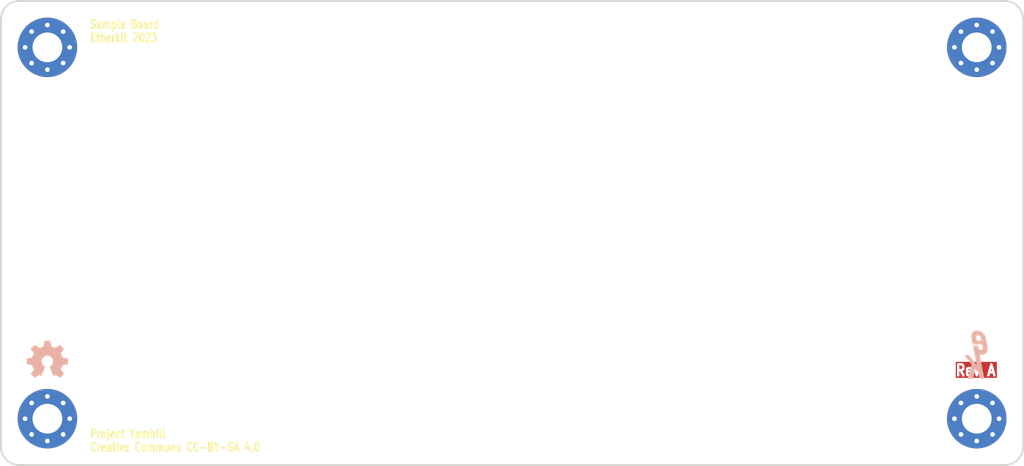
<source format=kicad_pcb>
(kicad_pcb (version 20221018) (generator pcbnew)
  (title_block (title "Project Yamhill") (rev "A") (company "Etherkit"))
  (layers (0 "F.Cu" signal) (31 "B.Cu" signal) (34 "B.Paste" user) (35 "F.Paste" user) (36 "B.SilkS" user "B.Silkscreen") (37 "F.SilkS" user "F.Silkscreen") (38 "B.Mask" user) (39 "F.Mask" user) (44 "Edge.Cuts" user))
  (net 0 "")
  (footprint "MountingHole:MountingHole_3.2mm_M3_Pad_Via" (layer "F.Cu") (at 105 95)
    (fp_text reference "H3" hide)
    (fp_text value "MountingHole_Pad" hide)
    (pad "1" thru_hole circle (at -2.4 0) (size 0.8 0.8) (drill 0.5) (layers "*.Cu" "*.Mask"))
    (pad "1" thru_hole circle (at -1.697056 -1.697056) (size 0.8 0.8) (drill 0.5) (layers "*.Cu" "*.Mask"))
    (pad "1" thru_hole circle (at -1.697056 1.697056) (size 0.8 0.8) (drill 0.5) (layers "*.Cu" "*.Mask"))
    (pad "1" thru_hole circle (at 0 -2.4) (size 0.8 0.8) (drill 0.5) (layers "*.Cu" "*.Mask"))
    (pad "1" thru_hole circle (at 0 0) (size 6.4 6.4) (drill 3.2) (layers "*.Cu" "*.Mask"))
    (pad "1" thru_hole circle (at 0 2.4) (size 0.8 0.8) (drill 0.5) (layers "*.Cu" "*.Mask"))
    (pad "1" thru_hole circle (at 1.697056 -1.697056) (size 0.8 0.8) (drill 0.5) (layers "*.Cu" "*.Mask"))
    (pad "1" thru_hole circle (at 1.697056 1.697056) (size 0.8 0.8) (drill 0.5) (layers "*.Cu" "*.Mask"))
    (pad "1" thru_hole circle (at 2.4 0) (size 0.8 0.8) (drill 0.5) (layers "*.Cu" "*.Mask"))
  )
  (footprint "MountingHole:MountingHole_3.2mm_M3_Pad_Via" (layer "F.Cu") (at 205 95)
    (fp_text reference "H4" hide)
    (fp_text value "MountingHole_Pad" hide)
    (pad "1" thru_hole circle (at -2.4 0) (size 0.8 0.8) (drill 0.5) (layers "*.Cu" "*.Mask"))
    (pad "1" thru_hole circle (at -1.697056 -1.697056) (size 0.8 0.8) (drill 0.5) (layers "*.Cu" "*.Mask"))
    (pad "1" thru_hole circle (at -1.697056 1.697056) (size 0.8 0.8) (drill 0.5) (layers "*.Cu" "*.Mask"))
    (pad "1" thru_hole circle (at 0 -2.4) (size 0.8 0.8) (drill 0.5) (layers "*.Cu" "*.Mask"))
    (pad "1" thru_hole circle (at 0 0) (size 6.4 6.4) (drill 3.2) (layers "*.Cu" "*.Mask"))
    (pad "1" thru_hole circle (at 0 2.4) (size 0.8 0.8) (drill 0.5) (layers "*.Cu" "*.Mask"))
    (pad "1" thru_hole circle (at 1.697056 -1.697056) (size 0.8 0.8) (drill 0.5) (layers "*.Cu" "*.Mask"))
    (pad "1" thru_hole circle (at 1.697056 1.697056) (size 0.8 0.8) (drill 0.5) (layers "*.Cu" "*.Mask"))
    (pad "1" thru_hole circle (at 2.4 0) (size 0.8 0.8) (drill 0.5) (layers "*.Cu" "*.Mask"))
  )
  (footprint "MountingHole:MountingHole_3.2mm_M3_Pad_Via" (layer "F.Cu") (at 105 55)
    (fp_text reference "H1" hide)
    (fp_text value "MountingHole_Pad" hide)
    (pad "1" thru_hole circle (at -2.4 0) (size 0.8 0.8) (drill 0.5) (layers "*.Cu" "*.Mask"))
    (pad "1" thru_hole circle (at -1.697056 -1.697056) (size 0.8 0.8) (drill 0.5) (layers "*.Cu" "*.Mask"))
    (pad "1" thru_hole circle (at -1.697056 1.697056) (size 0.8 0.8) (drill 0.5) (layers "*.Cu" "*.Mask"))
    (pad "1" thru_hole circle (at 0 -2.4) (size 0.8 0.8) (drill 0.5) (layers "*.Cu" "*.Mask"))
    (pad "1" thru_hole circle (at 0 0) (size 6.4 6.4) (drill 3.2) (layers "*.Cu" "*.Mask"))
    (pad "1" thru_hole circle (at 0 2.4) (size 0.8 0.8) (drill 0.5) (layers "*.Cu" "*.Mask"))
    (pad "1" thru_hole circle (at 1.697056 -1.697056) (size 0.8 0.8) (drill 0.5) (layers "*.Cu" "*.Mask"))
    (pad "1" thru_hole circle (at 1.697056 1.697056) (size 0.8 0.8) (drill 0.5) (layers "*.Cu" "*.Mask"))
    (pad "1" thru_hole circle (at 2.4 0) (size 0.8 0.8) (drill 0.5) (layers "*.Cu" "*.Mask"))
  )
  (footprint "MountingHole:MountingHole_3.2mm_M3_Pad_Via" (layer "F.Cu") (at 205 55)
    (fp_text reference "H2" hide)
    (fp_text value "MountingHole_Pad" hide)
    (pad "1" thru_hole circle (at -2.4 0) (size 0.8 0.8) (drill 0.5) (layers "*.Cu" "*.Mask"))
    (pad "1" thru_hole circle (at -1.697056 -1.697056) (size 0.8 0.8) (drill 0.5) (layers "*.Cu" "*.Mask"))
    (pad "1" thru_hole circle (at -1.697056 1.697056) (size 0.8 0.8) (drill 0.5) (layers "*.Cu" "*.Mask"))
    (pad "1" thru_hole circle (at 0 -2.4) (size 0.8 0.8) (drill 0.5) (layers "*.Cu" "*.Mask"))
    (pad "1" thru_hole circle (at 0 0) (size 6.4 6.4) (drill 3.2) (layers "*.Cu" "*.Mask"))
    (pad "1" thru_hole circle (at 0 2.4) (size 0.8 0.8) (drill 0.5) (layers "*.Cu" "*.Mask"))
    (pad "1" thru_hole circle (at 1.697056 -1.697056) (size 0.8 0.8) (drill 0.5) (layers "*.Cu" "*.Mask"))
    (pad "1" thru_hole circle (at 1.697056 1.697056) (size 0.8 0.8) (drill 0.5) (layers "*.Cu" "*.Mask"))
    (pad "1" thru_hole circle (at 2.4 0) (size 0.8 0.8) (drill 0.5) (layers "*.Cu" "*.Mask"))
  )
  (footprint "EtherkitKicadLibrary:OSHWLogo4mm" (layer "B.Cu") (at 105 88.6 180)
    (fp_text reference "G***" hide)
    (fp_text value "LOGO" hide)
    (fp_poly (pts (xy -1.34874 -1.99898) (xy -1.32588 -1.98628) (xy -1.27254 -1.95326) (xy -1.19888 -1.905) (xy -1.10998 -1.84658) (xy -1.02362 -1.78562) (xy -0.94996 -1.73736) (xy -0.89916 -1.70434) (xy -0.87884 -1.69418) (xy -0.86614 -1.69672) (xy -0.8255 -1.71704) (xy -0.76454 -1.75006) (xy -0.72898 -1.76784) (xy -0.6731 -1.7907) (xy -0.64516 -1.79578) (xy -0.64008 -1.78816) (xy -0.61976 -1.74752) (xy -0.58928 -1.67386) (xy -0.5461 -1.57734) (xy -0.49784 -1.46304) (xy -0.44704 -1.34112) (xy -0.3937 -1.2192) (xy -0.34544 -1.09982) (xy -0.30226 -0.99314) (xy -0.2667 -0.90678) (xy -0.24384 -0.84582) (xy -0.23622 -0.82042) (xy -0.23876 -0.81534) (xy -0.2667 -0.7874) (xy -0.31496 -0.75184) (xy -0.4191 -0.66548) (xy -0.52324 -0.53594) (xy -0.58674 -0.38862) (xy -0.6096 -0.22352) (xy -0.59182 -0.07366) (xy -0.53086 0.07112) (xy -0.42926 0.2032) (xy -0.3048 0.29972) (xy -0.16256 0.36322) (xy 0 0.38354) (xy 0.15494 0.36576) (xy 0.30226 0.30734) (xy 0.43434 0.20574) (xy 0.49022 0.14224) (xy 0.56642 0.01016) (xy 0.6096 -0.13208) (xy 0.61468 -0.16764) (xy 0.60706 -0.32512) (xy 0.56134 -0.47498) (xy 0.48006 -0.60706) (xy 0.36576 -0.71882) (xy 0.35052 -0.72898) (xy 0.29718 -0.76708) (xy 0.26162 -0.79502) (xy 0.23368 -0.81788) (xy 0.4318 -1.29794) (xy 0.46482 -1.37414) (xy 0.51816 -1.50368) (xy 0.56642 -1.61798) (xy 0.60706 -1.70688) (xy 0.63246 -1.76784) (xy 0.64516 -1.7907) (xy 0.64516 -1.79324) (xy 0.66294 -1.79578) (xy 0.6985 -1.78308) (xy 0.76708 -1.75006) (xy 0.81026 -1.7272) (xy 0.86106 -1.7018) (xy 0.88392 -1.69418) (xy 0.90424 -1.70434) (xy 0.9525 -1.73482) (xy 1.02362 -1.78308) (xy 1.10998 -1.8415) (xy 1.19126 -1.89738) (xy 1.26492 -1.94564) (xy 1.3208 -1.9812) (xy 1.3462 -1.99644) (xy 1.35128 -1.99644) (xy 1.37414 -1.98374) (xy 1.41732 -1.94564) (xy 1.48336 -1.88468) (xy 1.5748 -1.79324) (xy 1.59004 -1.78054) (xy 1.66624 -1.7018) (xy 1.7272 -1.6383) (xy 1.76784 -1.59258) (xy 1.78308 -1.56972) (xy 1.77038 -1.54432) (xy 1.73482 -1.49098) (xy 1.68656 -1.41478) (xy 1.6256 -1.32588) (xy 1.46558 -1.09474) (xy 1.55448 -0.8763) (xy 1.57988 -0.81026) (xy 1.61544 -0.72898) (xy 1.64084 -0.6731) (xy 1.65354 -0.6477) (xy 1.6764 -0.63754) (xy 1.73482 -0.62484) (xy 1.82118 -0.60706) (xy 1.92532 -0.58674) (xy 2.02438 -0.56896) (xy 2.11074 -0.55118) (xy 2.17678 -0.53848) (xy 2.20472 -0.5334) (xy 2.21234 -0.53086) (xy 2.21742 -0.51562) (xy 2.21996 -0.48514) (xy 2.2225 -0.4318) (xy 2.22504 -0.34798) (xy 2.22504 -0.22352) (xy 2.22504 -0.21082) (xy 2.2225 -0.09398) (xy 2.2225 0) (xy 2.21742 0.05842) (xy 2.21488 0.08382) (xy 2.18694 0.0889) (xy 2.12344 0.10414) (xy 2.03454 0.11938) (xy 1.9304 0.1397) (xy 1.92278 0.14224) (xy 1.81864 0.16256) (xy 1.72974 0.18034) (xy 1.66878 0.19558) (xy 1.64084 0.2032) (xy 1.63576 0.21082) (xy 1.61544 0.25146) (xy 1.58496 0.3175) (xy 1.5494 0.39624) (xy 1.51638 0.48006) (xy 1.4859 0.55372) (xy 1.46558 0.6096) (xy 1.4605 0.635) (xy 1.47574 0.6604) (xy 1.5113 0.71374) (xy 1.5621 0.78994) (xy 1.6256 0.87884) (xy 1.62814 0.88646) (xy 1.6891 0.97536) (xy 1.7399 1.05156) (xy 1.77038 1.1049) (xy 1.78308 1.12776) (xy 1.78308 1.1303) (xy 1.76276 1.1557) (xy 1.71704 1.2065) (xy 1.65354 1.27508) (xy 1.5748 1.35382) (xy 1.5494 1.37922) (xy 1.46304 1.46304) (xy 1.40462 1.51892) (xy 1.36652 1.54686) (xy 1.34874 1.55448) (xy 1.3208 1.5367) (xy 1.26492 1.50114) (xy 1.18872 1.4478) (xy 1.09728 1.38684) (xy 1.0922 1.3843) (xy 1.0033 1.32334) (xy 0.92964 1.27254) (xy 0.8763 1.23698) (xy 0.85344 1.22428) (xy 0.84836 1.22428) (xy 0.8128 1.23444) (xy 0.7493 1.2573) (xy 0.6731 1.28778) (xy 0.58928 1.3208) (xy 0.51562 1.35128) (xy 0.45974 1.37668) (xy 0.4318 1.39192) (xy 0.4318 1.39446) (xy 0.42164 1.42494) (xy 0.4064 1.49098) (xy 0.38862 1.58242) (xy 0.3683 1.69164) (xy 0.36322 1.70942) (xy 0.3429 1.8161) (xy 0.32766 1.90246) (xy 0.31496 1.96342) (xy 0.30734 1.98882) (xy 0.2921 1.99136) (xy 0.2413 1.99644) (xy 0.16256 1.99898) (xy 0.06604 1.99898) (xy -0.03302 1.99898) (xy -0.13208 1.99644) (xy -0.2159 1.9939) (xy -0.27432 1.98882) (xy -0.29972 1.98374) (xy -0.30226 1.98374) (xy -0.30988 1.95072) (xy -0.32512 1.88468) (xy -0.3429 1.7907) (xy -0.36576 1.68148) (xy -0.3683 1.6637) (xy -0.38862 1.55702) (xy -0.4064 1.47066) (xy -0.4191 1.4097) (xy -0.42672 1.38684) (xy -0.43434 1.38176) (xy -0.48006 1.36398) (xy -0.55118 1.3335) (xy -0.63754 1.29794) (xy -0.84074 1.21666) (xy -1.0922 1.38684) (xy -1.11506 1.40208) (xy -1.20396 1.46304) (xy -1.27762 1.51384) (xy -1.32842 1.54686) (xy -1.35128 1.55702) (xy -1.37668 1.53416) (xy -1.42748 1.48844) (xy -1.49352 1.4224) (xy -1.57226 1.34366) (xy -1.63068 1.28778) (xy -1.69926 1.21666) (xy -1.74498 1.1684) (xy -1.76784 1.13792) (xy -1.77546 1.12014) (xy -1.77292 1.10744) (xy -1.75768 1.08204) (xy -1.72212 1.0287) (xy -1.66878 0.9525) (xy -1.60782 0.8636) (xy -1.55956 0.78994) (xy -1.50368 0.70612) (xy -1.46812 0.64516) (xy -1.45796 0.61722) (xy -1.4605 0.60452) (xy -1.47828 0.55626) (xy -1.50622 0.4826) (xy -1.54432 0.3937) (xy -1.63068 0.19558) (xy -1.76022 0.17018) (xy -1.83896 0.15748) (xy -1.95072 0.13462) (xy -2.05486 0.1143) (xy -2.21996 0.08382) (xy -2.22504 -0.51816) (xy -2.19964 -0.52832) (xy -2.17424 -0.53594) (xy -2.11328 -0.54864) (xy -2.02692 -0.56642) (xy -1.92532 -0.58674) (xy -1.83896 -0.60198) (xy -1.75006 -0.61976) (xy -1.68656 -0.63246) (xy -1.65862 -0.63754) (xy -1.651 -0.6477) (xy -1.63068 -0.68834) (xy -1.59766 -0.75692) (xy -1.56464 -0.8382) (xy -1.52908 -0.92202) (xy -1.4986 -1.00076) (xy -1.47574 -1.05918) (xy -1.46812 -1.0922) (xy -1.48082 -1.11506) (xy -1.51384 -1.16586) (xy -1.5621 -1.23952) (xy -1.62052 -1.32588) (xy -1.68148 -1.41478) (xy -1.73228 -1.48844) (xy -1.7653 -1.54178) (xy -1.78054 -1.56718) (xy -1.77292 -1.58496) (xy -1.7399 -1.6256) (xy -1.67386 -1.69418) (xy -1.5748 -1.7907) (xy -1.55956 -1.80594) (xy -1.48082 -1.88214) (xy -1.41478 -1.9431) (xy -1.36906 -1.98374) (xy -1.34874 -1.99898)) (stroke (width 0.00254)) (fill solid) (layer "B.SilkS"))
  )
  (footprint "EtherkitKicadLibrary:EtherkitLogoSmall" (layer "B.Cu") (at 204.9 88.1 180)
    (fp_text reference "Ref**" hide)
    (fp_text value "Val**" hide)
    (fp_poly (pts (xy 0.58166 -2.60604) (xy 0.6223 -2.60604) (xy 0.7493 -2.6035) (xy 0.83312 -2.59842) (xy 0.8636 -2.5908) (xy 0.85852 -2.57048) (xy 0.84074 -2.49936) (xy 0.80772 -2.37998) (xy 0.76708 -2.22504) (xy 0.71628 -2.03962) (xy 0.61722 -1.67894) (xy 0.56388 -1.48844) (xy 0.5207 -1.3208) (xy 0.48514 -1.19126) (xy 0.46228 -1.10236) (xy 0.45466 -1.0668) (xy 0.45466 -1.06426) (xy 0.4826 -1.02362) (xy 0.54102 -0.94234) (xy 0.62738 -0.83058) (xy 0.73406 -0.69596) (xy 0.85598 -0.54356) (xy 1.2573 -0.04826) (xy 0.74422 -0.04826) (xy 0.32258 -0.58928) (xy 0.2667 -0.65786) (xy 0.14986 -0.80772) (xy 0.04826 -0.93726) (xy -0.03302 -1.03886) (xy -0.08382 -1.10236) (xy -0.10414 -1.12522) (xy -0.1016 -1.10998) (xy -0.0889 -1.03886) (xy -0.06604 -0.91948) (xy -0.03556 -0.75946) (xy 0.00254 -0.56134) (xy 0.04572 -0.33782) (xy 0.09398 -0.09398) (xy 0.127 0.07874) (xy 0.17526 0.31242) (xy 0.2159 0.5207) (xy 0.24892 0.6985) (xy 0.27432 0.83566) (xy 0.2921 0.92456) (xy 0.29718 0.96266) (xy 0.29718 0.97028) (xy 0.28448 0.98044) (xy 0.24638 0.98552) (xy 0.17018 0.98552) (xy 0.04318 0.98552) (xy -0.21082 0.98044) (xy -0.23622 0.85598) (xy -0.26416 0.73914) (xy -0.3048 0.65532) (xy -0.36322 0.58674) (xy -0.40386 0.55118) (xy -0.47498 0.51308) (xy -0.56388 0.50292) (xy -0.56896 0.50292) (xy -0.64008 0.51308) (xy -0.6985 0.55118) (xy -0.70866 0.56134) (xy -0.74676 0.6096) (xy -0.762 0.66802) (xy -0.75438 0.75946) (xy -0.73152 0.89408) (xy -0.7112 0.98552) (xy -0.69596 1.06172) (xy -0.69088 1.0922) (xy -0.67564 1.09474) (xy -0.6096 1.09474) (xy -0.53594 1.09728) (xy -0.53594 1.524) (xy -0.58674 1.52908) (xy -0.60452 1.5367) (xy -0.60706 1.5494) (xy -0.60198 1.56464) (xy -0.58674 1.63068) (xy -0.56642 1.72466) (xy -0.55626 1.7653) (xy -0.52832 1.86436) (xy -0.50038 1.93294) (xy -0.49276 1.94564) (xy -0.42164 2.02438) (xy -0.32512 2.07264) (xy -0.22098 2.08788) (xy -0.13208 2.06756) (xy -0.06858 2.0066) (xy -0.06604 2.00152) (xy -0.04826 1.91262) (xy -0.05334 1.78816) (xy -0.0762 1.64846) (xy -0.10414 1.53162) (xy -0.35814 1.52654) (xy -0.44196 1.524) (xy -0.53594 1.524) (xy -0.53594 1.09728) (xy -0.49784 1.09728) (xy -0.35306 1.09728) (xy -0.18034 1.09982) (xy 0.32766 1.09982) (xy 0.33782 1.13538) (xy 0.34036 1.143) (xy 0.36322 1.24968) (xy 0.38862 1.38938) (xy 0.41656 1.54178) (xy 0.4445 1.69418) (xy 0.46482 1.8288) (xy 0.48006 1.93548) (xy 0.48768 1.9939) (xy 0.48514 2.02438) (xy 0.44958 2.20472) (xy 0.36068 2.3622) (xy 0.23368 2.4892) (xy 0.07366 2.5654) (xy 0.05588 2.57048) (xy -0.0635 2.58826) (xy -0.2032 2.58826) (xy -0.32766 2.57302) (xy -0.44704 2.53746) (xy -0.62992 2.43586) (xy -0.79756 2.29362) (xy -0.93472 2.12598) (xy -1.0287 1.94564) (xy -1.03632 1.92278) (xy -1.05664 1.83388) (xy -1.08458 1.70434) (xy -1.12014 1.54686) (xy -1.1557 1.3716) (xy -1.19126 1.19126) (xy -1.22428 1.01854) (xy -1.25222 0.86868) (xy -1.27254 0.75184) (xy -1.2827 0.68072) (xy -1.2827 0.57912) (xy -1.26238 0.41402) (xy -1.21158 0.27686) (xy -1.19126 0.24384) (xy -1.07442 0.1143) (xy -0.91694 0.02286) (xy -0.73406 -0.02286) (xy -0.53848 -0.01778) (xy -0.51562 -0.01524) (xy -0.4445 -0.00508) (xy -0.41402 -0.00508) (xy -0.41402 -0.0127) (xy -0.42418 -0.07366) (xy -0.44704 -0.18542) (xy -0.47752 -0.34036) (xy -0.51562 -0.53848) (xy -0.5588 -0.76708) (xy -0.6096 -1.02108) (xy -0.69342 -1.43764) (xy -0.74676 -1.7018) (xy -0.79502 -1.94564) (xy -0.83566 -2.159) (xy -0.87122 -2.33934) (xy -0.89662 -2.47396) (xy -0.91186 -2.56286) (xy -0.9144 -2.59334) (xy -0.91186 -2.59588) (xy -0.86614 -2.60096) (xy -0.77724 -2.6035) (xy -0.65786 -2.60604) (xy -0.55372 -2.60604) (xy -0.4699 -2.6035) (xy -0.42672 -2.59842) (xy -0.4064 -2.58826) (xy -0.40132 -2.57048) (xy -0.39624 -2.54508) (xy -0.37846 -2.46634) (xy -0.35814 -2.35204) (xy -0.3302 -2.21488) (xy -0.32258 -2.17424) (xy -0.28702 -2.01168) (xy -0.25908 -1.91008) (xy -0.23876 -1.86182) (xy -0.2286 -1.85166) (xy -0.1524 -1.7653) (xy -0.07366 -1.6764) (xy 0 -1.6002) (xy 0.0508 -1.54686) (xy 0.07112 -1.52654) (xy 0.0762 -1.54178) (xy 0.09144 -1.60782) (xy 0.1143 -1.71958) (xy 0.14478 -1.86436) (xy 0.1778 -2.032) (xy 0.2032 -2.14884) (xy 0.23622 -2.30632) (xy 0.26162 -2.4384) (xy 0.28194 -2.52984) (xy 0.28956 -2.57048) (xy 0.2921 -2.57302) (xy 0.29718 -2.58826) (xy 0.3175 -2.59842) (xy 0.36322 -2.6035) (xy 0.44704 -2.60604) (xy 0.58166 -2.60604)) (stroke (width 0.00254)) (fill solid) (layer "B.SilkS"))
  )
  (gr_line (start 208 100) (end 102 100) (stroke (width 0.2)) (layer "Edge.Cuts"))
  (gr_arc (start 102 100) (mid 100.585786 99.414214) (end 100 98) (stroke (width 0.2)) (layer "Edge.Cuts"))
  (gr_arc (start 208 50) (mid 209.414214 50.585786) (end 210 52) (stroke (width 0.2)) (layer "Edge.Cuts"))
  (gr_arc (start 100 52) (mid 100.585786 50.585786) (end 102 50) (stroke (width 0.2)) (layer "Edge.Cuts"))
  (gr_line (start 100 98) (end 100 52) (stroke (width 0.2)) (layer "Edge.Cuts"))
  (gr_line (start 102 50) (end 208 50) (stroke (width 0.2)) (layer "Edge.Cuts"))
  (gr_arc (start 210 98) (mid 209.414214 99.414214) (end 208 100) (stroke (width 0.2)) (layer "Edge.Cuts"))
  (gr_line (start 210 52) (end 210 98) (stroke (width 0.2)) (layer "Edge.Cuts"))
  (gr_text "Rev A" (at 202.6 90.5) (layer "F.Cu" knockout) (effects (font (size 1.2 1) (thickness 0.25) bold) (justify left bottom)))
  (gr_text "Project Yamhill\nCreative Commons CC-BY-SA 4.0" (at 109.5 98.6) (layer "F.SilkS") (effects (font (size 0.9 0.7) (thickness 0.175) bold) (justify left bottom)))
  (gr_text "Sample Board\nEtherkit 2023" (at 109.5 54.5) (layer "F.SilkS") (effects (font (size 0.9 0.7) (thickness 0.175) bold) (justify left bottom)))
)
</source>
